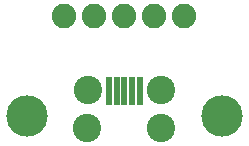
<source format=gbr>
G04 EAGLE Gerber RS-274X export*
G75*
%MOMM*%
%FSLAX34Y34*%
%LPD*%
%INSoldermask Top*%
%IPPOS*%
%AMOC8*
5,1,8,0,0,1.08239X$1,22.5*%
G01*
%ADD10C,2.082800*%
%ADD11C,2.403200*%
%ADD12R,0.603200X2.403200*%
%ADD13C,3.503200*%


D10*
X165100Y127000D03*
X139700Y127000D03*
X114300Y127000D03*
X88900Y127000D03*
X63500Y127000D03*
D11*
X145505Y31670D03*
X145279Y63769D03*
X83082Y31898D03*
X83222Y63757D03*
D12*
X114300Y63500D03*
X120800Y63500D03*
X127300Y63500D03*
X101300Y63500D03*
X107800Y63500D03*
D13*
X197050Y41800D03*
X31550Y41800D03*
M02*

</source>
